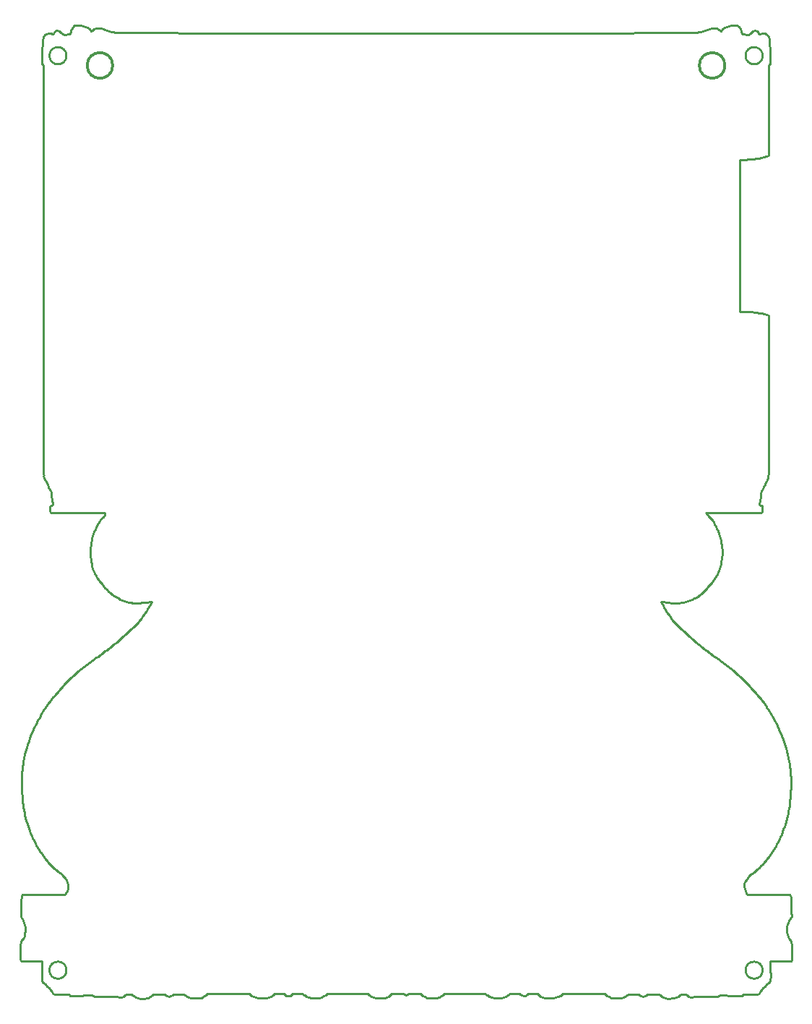
<source format=gbr>
%TF.GenerationSoftware,KiCad,Pcbnew,7.99.0-3954-g9b2cde9571*%
%TF.CreationDate,2023-12-17T22:49:18+01:00*%
%TF.ProjectId,hh2024,68683230-3234-42e6-9b69-6361645f7063,1.4*%
%TF.SameCoordinates,Original*%
%TF.FileFunction,Profile,NP*%
%FSLAX46Y46*%
G04 Gerber Fmt 4.6, Leading zero omitted, Abs format (unit mm)*
G04 Created by KiCad (PCBNEW 7.99.0-3954-g9b2cde9571) date 2023-12-17 22:49:18*
%MOMM*%
%LPD*%
G01*
G04 APERTURE LIST*
%TA.AperFunction,Profile*%
%ADD10C,0.250000*%
%TD*%
%ADD11C,0.250000*%
%TA.AperFunction,Profile*%
%ADD12C,0.350000*%
%TD*%
G04 APERTURE END LIST*
D10*
X139080826Y-49923628D02*
X139204289Y-50008291D01*
X136382067Y-50219949D02*
X136590215Y-50152921D01*
X132053477Y-162921877D02*
X131915910Y-162784289D01*
D11*
X116069117Y-162999478D02*
X115821304Y-162926277D01*
X115642269Y-162805454D01*
X141589070Y-82841322D02*
X141920653Y-82842481D01*
X142242303Y-82854240D01*
X142552440Y-82875125D01*
X142849483Y-82903663D01*
X143131849Y-82938382D01*
X143397957Y-82977809D01*
X143646227Y-83020471D01*
X143981725Y-83087307D01*
X144268191Y-83153138D01*
X144564649Y-83230757D01*
X144812822Y-83305585D01*
X144816996Y-83306991D01*
X69396621Y-162932449D02*
X69189065Y-163082205D01*
X68969774Y-163115901D01*
X97939883Y-162868952D02*
X97774066Y-162738426D01*
X132159327Y-116792652D02*
X132261625Y-117021966D01*
X59779895Y-50703253D02*
X59918126Y-50481041D01*
X60097404Y-50361069D01*
X144333670Y-103136616D02*
X144216223Y-103360812D01*
X144206676Y-103387096D01*
X60926423Y-162685522D02*
X60783342Y-162467917D01*
X60620096Y-162260196D01*
X60431220Y-162044338D01*
X60230199Y-161835200D01*
X60030518Y-161647638D01*
X59811655Y-161471966D01*
X62969020Y-50167046D02*
X63042807Y-49923955D01*
X63144607Y-49688711D01*
X63233603Y-49532050D01*
X72465792Y-116792652D02*
X72215312Y-116842046D01*
D10*
X142178203Y-150941536D02*
X142273460Y-151086187D01*
D11*
X72363494Y-117021966D02*
X72465658Y-116793580D01*
X72465792Y-116792652D01*
X59822227Y-101923060D02*
X59803842Y-101620499D01*
X59799078Y-101319206D01*
X59794892Y-100869851D01*
X59792997Y-100580679D01*
X59791224Y-100243726D01*
X59789564Y-99855404D01*
X59788010Y-99412125D01*
X59786554Y-98910300D01*
X59785189Y-98346342D01*
X59783906Y-97716661D01*
X59782698Y-97017671D01*
X59781558Y-96245781D01*
X59780477Y-95397404D01*
X59779448Y-94468953D01*
X59778462Y-93456837D01*
X59777513Y-92357470D01*
X59776592Y-91167262D01*
X59775692Y-89882627D01*
X59774806Y-88499974D01*
X59773924Y-87015716D01*
X59773040Y-85426266D01*
X59772145Y-83728033D01*
X59771233Y-81917431D01*
X59770294Y-79990870D01*
X59769323Y-77944764D01*
D10*
X144915762Y-53952344D02*
X144831099Y-54012310D01*
X147254681Y-151156725D02*
X147314647Y-151213182D01*
D11*
X62425729Y-50438670D02*
X62677306Y-50399574D01*
X62683271Y-50396338D01*
X144940459Y-51856843D02*
X144990570Y-52121557D01*
X144994504Y-52389634D01*
X144995953Y-52653517D01*
X144996894Y-52904605D01*
X60993452Y-50332841D02*
X61092711Y-50087139D01*
X61313666Y-49954093D01*
X61416789Y-49941263D01*
X99280434Y-163235855D02*
X99011698Y-163230094D01*
X98743559Y-163204537D01*
X98475683Y-163141251D01*
X98220346Y-163032639D01*
X97982915Y-162896077D01*
X97939883Y-162868952D01*
X138812711Y-163059466D02*
X138546800Y-163065842D01*
X138249205Y-163070223D01*
X137938067Y-163074070D01*
X137656664Y-163077102D01*
X137353187Y-163079958D01*
X137274605Y-163080631D01*
D10*
X101993296Y-162685522D02*
X100606882Y-162685522D01*
D11*
X142160569Y-50438670D02*
X142415497Y-50414620D01*
X142637592Y-50290932D01*
X142749702Y-50188211D01*
D10*
X93029201Y-162710198D02*
X92856343Y-162858380D01*
D11*
X141670202Y-162957146D02*
X141386790Y-162966647D01*
X141045919Y-162962988D01*
X140741981Y-162956027D01*
X140417409Y-162946130D01*
X140090883Y-162933906D01*
X139781082Y-162919967D01*
X139506685Y-162904923D01*
X139228179Y-162884200D01*
X139109032Y-162868952D01*
X102487172Y-162784289D02*
X102293149Y-162883077D01*
X146937172Y-155217201D02*
X146943791Y-155501581D01*
X146971632Y-155780990D01*
X147037012Y-156040034D01*
X147163523Y-156276036D01*
X147300544Y-156430757D01*
X65657185Y-113159045D02*
X65559137Y-112895387D01*
X65486315Y-112645786D01*
X65432387Y-112389958D01*
X65386081Y-112113554D01*
X65344132Y-111832684D01*
X65307938Y-111578607D01*
D10*
X62355190Y-151082656D02*
X62446894Y-150941536D01*
D11*
X71266339Y-118761158D02*
X71425477Y-118556201D01*
X71581637Y-118342564D01*
X71733168Y-118122809D01*
X71878414Y-117899498D01*
X72015723Y-117675196D01*
X72143441Y-117452465D01*
X72287084Y-117180163D01*
X72363494Y-117021966D01*
X57155228Y-158871995D02*
X57100650Y-158627201D01*
X57098845Y-158368761D01*
X57098793Y-158268737D01*
X114224096Y-162904243D02*
X113986160Y-163048958D01*
X113732784Y-163162597D01*
X113470039Y-163225659D01*
X113209157Y-163246508D01*
X112948698Y-163244947D01*
X112890607Y-163242895D01*
X61416789Y-49941263D02*
X61657146Y-50020456D01*
X61840127Y-50188211D01*
D10*
X83895800Y-162759592D02*
X78971015Y-162759592D01*
D11*
X136046924Y-116446936D02*
X135799098Y-116560932D01*
X135555293Y-116661494D01*
X135315915Y-116748620D01*
X135035073Y-116835437D01*
X134761884Y-116902903D01*
X134540577Y-116944343D01*
X126296162Y-163193523D02*
X126057114Y-163088633D01*
X125835975Y-162945108D01*
X125735236Y-162861911D01*
X141945379Y-149929066D02*
X141935621Y-150188965D01*
X141973158Y-150455147D01*
X142055011Y-150711406D01*
X142178203Y-150941536D01*
X147173549Y-135503977D02*
X147213783Y-135759349D01*
X147266386Y-136122266D01*
X147309910Y-136464859D01*
X147344598Y-136791453D01*
X147370693Y-137106374D01*
X147388442Y-137413945D01*
X147398086Y-137718493D01*
X147399871Y-138024343D01*
X147394041Y-138335819D01*
X147380839Y-138657248D01*
X147360510Y-138992954D01*
X62852597Y-50336372D02*
X62969020Y-50167046D01*
D10*
X67999635Y-50152921D02*
X68207761Y-50219949D01*
X57261078Y-153897816D02*
X57123490Y-153664992D01*
D11*
X144746436Y-102004213D02*
X144719370Y-102264463D01*
X144682938Y-102321700D01*
X135620076Y-163115901D02*
X135374085Y-163067408D01*
X135193208Y-162932449D01*
X112890607Y-163242895D02*
X112599011Y-163223734D01*
X112324317Y-163177947D01*
X112064746Y-163083865D01*
X111825761Y-162932568D01*
X111733485Y-162858380D01*
X57172884Y-152260922D02*
X57183757Y-152009107D01*
X57195657Y-151744941D01*
X57210374Y-151477405D01*
X57259813Y-151229413D01*
X57275182Y-151213182D01*
X61949487Y-148779007D02*
X61712296Y-148609567D01*
X61498597Y-148445890D01*
X61293178Y-148275142D01*
X61080829Y-148084487D01*
X60887604Y-147901141D01*
X60760628Y-147777130D01*
X141733700Y-50336372D02*
X141903048Y-50396338D01*
X119053624Y-163249958D02*
X118800097Y-163242174D01*
X118547479Y-163214077D01*
X118305581Y-163149614D01*
X118070568Y-163025206D01*
X117903565Y-162890118D01*
X62916095Y-162957146D02*
X62817328Y-162890118D01*
X144044412Y-103679908D02*
X143911160Y-103896240D01*
X143868699Y-104159868D01*
X143864491Y-104346663D01*
X74928174Y-162854849D02*
X74709821Y-162985910D01*
X74518961Y-163024175D01*
D10*
X144824037Y-64168796D02*
X144816996Y-64616810D01*
D11*
X59991575Y-102515745D02*
X59903380Y-102321700D01*
D10*
X88086781Y-162819579D02*
X87998586Y-162734895D01*
D11*
X67481040Y-50004760D02*
X67724686Y-50072677D01*
X67976485Y-50145948D01*
X67999635Y-50152921D01*
X137609727Y-49831902D02*
X137855368Y-49739119D01*
X138143318Y-49679849D01*
X138423037Y-49677646D01*
X138693687Y-49732786D01*
X138954431Y-49845550D01*
X139080826Y-49923628D01*
X141356225Y-49532050D02*
X141483028Y-49771505D01*
X141574516Y-50010276D01*
X141617299Y-50167046D01*
X60383153Y-103387096D02*
X60271452Y-103156784D01*
X60256158Y-103136616D01*
D10*
X78971015Y-162759592D02*
X78854592Y-162861911D01*
X147455767Y-156578940D02*
X147469870Y-157139844D01*
D11*
X60612467Y-106410404D02*
X60578013Y-106147165D01*
X60577176Y-106001170D01*
D10*
X90362202Y-162904243D02*
X90108212Y-162734895D01*
X75012837Y-162784289D02*
X74928174Y-162854849D01*
D11*
X147311116Y-139790236D02*
X147287852Y-140101380D01*
X147257437Y-140407141D01*
X147219416Y-140709578D01*
X147173337Y-141010747D01*
X147118747Y-141312708D01*
X147055190Y-141617517D01*
X146982215Y-141927233D01*
X146899367Y-142243913D01*
X146806193Y-142569616D01*
X146702240Y-142906399D01*
X146626726Y-143138093D01*
D10*
X68207761Y-50219949D02*
X74670653Y-50241115D01*
D11*
X57313982Y-139790236D02*
X57297507Y-139514184D01*
X57281077Y-139245137D01*
X57264588Y-138992954D01*
X59843393Y-102004213D02*
X59822227Y-101923060D01*
X86682732Y-162890118D02*
X86459933Y-163063426D01*
X86217948Y-163173229D01*
X85962915Y-163226575D01*
X85693462Y-163246907D01*
X85536204Y-163249958D01*
D10*
X59769323Y-77944764D02*
X59758729Y-54012310D01*
X65382008Y-50008291D02*
X65509003Y-49923628D01*
D11*
X134540577Y-116944343D02*
X134282822Y-116969025D01*
X133968919Y-116977461D01*
X133690338Y-116973056D01*
X133398054Y-116959183D01*
X133101945Y-116936257D01*
X132811894Y-116904690D01*
X132537779Y-116864898D01*
X132409786Y-116842046D01*
X134395926Y-162893649D02*
X134176965Y-163029958D01*
X133924749Y-163141556D01*
X133700965Y-163214689D01*
X57264588Y-138992954D02*
X57243442Y-138657248D01*
X57229745Y-138335819D01*
X57223687Y-138024343D01*
X57225460Y-137718493D01*
X57235256Y-137413945D01*
X57253266Y-137106374D01*
X57279684Y-136791453D01*
X57314699Y-136464859D01*
X57358505Y-136122266D01*
X57411293Y-135759349D01*
X57451570Y-135503977D01*
X65971162Y-123393131D02*
X66186196Y-123239049D01*
X66399287Y-123084459D01*
X66610308Y-122929471D01*
X66819134Y-122774196D01*
X67025640Y-122618745D01*
X67229700Y-122463230D01*
X67431190Y-122307761D01*
X67629984Y-122152450D01*
X68018981Y-121842745D01*
X68395689Y-121535004D01*
X68759107Y-121230116D01*
X69108231Y-120928970D01*
X69442058Y-120632454D01*
X69759587Y-120341457D01*
X70059814Y-120056869D01*
X70341738Y-119779577D01*
X70604354Y-119510471D01*
X70846662Y-119250440D01*
X71067657Y-119000373D01*
X71266339Y-118761158D01*
X70084542Y-116944343D02*
X69818254Y-116893002D01*
X69543735Y-116822311D01*
X69261681Y-116732270D01*
X69021384Y-116642456D01*
X68776743Y-116539207D01*
X68578174Y-116446936D01*
D10*
X125615282Y-162759592D02*
X120690518Y-162759592D01*
D11*
X144809933Y-50703253D02*
X144849032Y-50956888D01*
X144855086Y-51232143D01*
X144855796Y-51306511D01*
X144816996Y-64616810D02*
X144550976Y-64696958D01*
X144239165Y-64777919D01*
X143938407Y-64846014D01*
X143586781Y-64914424D01*
X143326979Y-64957534D01*
X143048884Y-64996779D01*
X142754222Y-65030556D01*
X142444718Y-65057263D01*
X142122099Y-65075299D01*
X141788091Y-65083061D01*
X141444420Y-65078948D01*
D10*
X144090959Y-52912653D02*
G75*
G02*
X142090959Y-52912653I-1000000J0D01*
G01*
X142090959Y-52912653D02*
G75*
G02*
X144090959Y-52912653I1000000J0D01*
G01*
D11*
X109182909Y-162710198D02*
X108893509Y-162710321D01*
X108623230Y-162710687D01*
X108372009Y-162711291D01*
X108030776Y-162712632D01*
X107732076Y-162714479D01*
X107475699Y-162716814D01*
X107199337Y-162720658D01*
X106924089Y-162727901D01*
X106812231Y-162738426D01*
X144400699Y-102935552D02*
X144333670Y-103136616D01*
X133358759Y-118761158D02*
X133557443Y-119000373D01*
X133778442Y-119250440D01*
X134020753Y-119510471D01*
X134283372Y-119779577D01*
X134565297Y-120056869D01*
X134865526Y-120341457D01*
X135183056Y-120632454D01*
X135516885Y-120928970D01*
X135866009Y-121230116D01*
X136229428Y-121535004D01*
X136606137Y-121842745D01*
X136995134Y-122152450D01*
X137193928Y-122307761D01*
X137395417Y-122463230D01*
X137599478Y-122618745D01*
X137805984Y-122774196D01*
X138014810Y-122929471D01*
X138225831Y-123084459D01*
X138438922Y-123239049D01*
X138653957Y-123393131D01*
X57098793Y-158268737D02*
X57100555Y-158003048D01*
X57104311Y-157740005D01*
X57109207Y-157474430D01*
X57115065Y-157199650D01*
X57116427Y-157139844D01*
D12*
X67918443Y-54051363D02*
G75*
G02*
X64918443Y-54051363I-1500000J0D01*
G01*
X64918443Y-54051363D02*
G75*
G02*
X67918443Y-54051363I1500000J0D01*
G01*
D11*
X144774643Y-161471966D02*
X144557090Y-161647638D01*
X144357666Y-161835200D01*
X144156401Y-162044338D01*
X143967023Y-162260196D01*
X143803257Y-162467917D01*
X143659874Y-162685522D01*
X144989853Y-161292046D02*
X144794348Y-161458006D01*
X144774643Y-161471966D01*
X143864491Y-147777130D02*
X143657814Y-147977684D01*
X143471793Y-148151043D01*
X143263440Y-148333636D01*
X143056949Y-148500601D01*
X142837113Y-148664772D01*
X142675632Y-148779007D01*
X143864491Y-104346663D02*
X143854078Y-104600162D01*
X143815913Y-104865762D01*
X143748069Y-105073384D01*
X105305885Y-163235855D02*
X105034057Y-163234695D01*
X104775299Y-163208286D01*
X104720261Y-163193523D01*
X147469870Y-157139844D02*
X147477094Y-157401560D01*
X147482066Y-157663299D01*
X147485548Y-157929598D01*
X147487423Y-158207689D01*
X147487505Y-158268737D01*
X139398313Y-49817799D02*
X139619815Y-49635190D01*
X139869517Y-49494233D01*
X140108176Y-49405894D01*
X140371486Y-49346949D01*
X140661263Y-49316839D01*
D10*
X67001268Y-106657353D02*
X67001268Y-106406873D01*
X115642269Y-162805454D02*
X115582281Y-162734895D01*
D11*
X60086810Y-102737975D02*
X59991575Y-102515745D01*
X62326962Y-149205875D02*
X62186436Y-148998061D01*
X62007232Y-148820791D01*
X61949487Y-148779007D01*
X141444420Y-82844853D02*
X141578477Y-82841322D01*
D10*
X129573460Y-162784289D02*
X128335207Y-162784289D01*
D11*
X60577176Y-106001170D02*
X60582370Y-105749659D01*
X60598342Y-105584895D01*
X132695535Y-163264061D02*
X132448914Y-163179214D01*
X132223709Y-163056379D01*
X132053477Y-162921877D01*
X143169508Y-49941263D02*
X143420869Y-50021447D01*
X143579240Y-50237694D01*
X143592846Y-50332841D01*
D10*
X117737770Y-162734895D02*
X116591242Y-162734895D01*
D11*
X144682938Y-102321700D02*
X144598254Y-102515745D01*
X146626726Y-143138093D02*
X146518764Y-143455393D01*
X146406686Y-143761444D01*
X146289723Y-144057833D01*
X146167108Y-144346146D01*
X146038074Y-144627971D01*
X145901853Y-144904895D01*
X145757678Y-145178505D01*
X145604782Y-145450388D01*
X145442397Y-145722131D01*
X145269756Y-145995321D01*
X145148586Y-146179036D01*
D10*
X59758729Y-54012310D02*
X59670535Y-53952344D01*
D11*
X144009121Y-106001170D02*
X144005585Y-106255302D01*
X143977383Y-106410404D01*
D10*
X104152294Y-162854849D02*
X103979437Y-162685522D01*
X57275182Y-151213182D02*
X57331617Y-151156725D01*
X141444420Y-65078948D02*
X141444420Y-82844853D01*
D11*
X144816996Y-83578615D02*
X144816012Y-85134927D01*
X144815043Y-86600894D01*
X144814083Y-87979208D01*
X144813126Y-89272560D01*
X144812167Y-90483643D01*
X144811200Y-91615149D01*
X144810218Y-92669772D01*
X144809216Y-93650202D01*
X144808189Y-94559133D01*
X144807130Y-95399257D01*
X144806033Y-96173266D01*
X144804894Y-96883852D01*
X144803705Y-97533709D01*
X144802461Y-98125527D01*
X144801157Y-98662000D01*
X144799786Y-99145820D01*
X144798343Y-99579679D01*
X144796822Y-99966269D01*
X144795217Y-100308284D01*
X144793522Y-100608414D01*
X144791731Y-100869353D01*
X144787841Y-101284427D01*
X144783498Y-101575043D01*
X144773272Y-101869056D01*
X144764070Y-101923060D01*
D10*
X129915644Y-50241115D02*
X136382067Y-50219949D01*
D11*
X147431070Y-158871995D02*
X147171912Y-158895444D01*
X146920281Y-158898805D01*
X146626450Y-158899130D01*
X146328930Y-158897828D01*
X146157547Y-158896671D01*
D10*
X59585872Y-53895909D02*
X59589403Y-52904605D01*
D11*
X133700965Y-163214689D02*
X133443654Y-163266556D01*
X133166501Y-163293619D01*
X132905222Y-163293559D01*
X132695535Y-163264061D01*
X59716398Y-51803940D02*
X59732075Y-51543816D01*
X59734032Y-51306511D01*
X60735931Y-105542563D02*
X60877050Y-105514356D01*
X71153447Y-163274655D02*
X70884399Y-163213197D01*
X70620313Y-163124287D01*
X70382025Y-163016192D01*
X70190371Y-162897180D01*
X66443873Y-107292349D02*
X66601573Y-107092491D01*
X66775291Y-106892371D01*
X66962450Y-106695875D01*
X67001268Y-106657353D01*
X147314647Y-151213182D02*
X147378435Y-151477405D01*
X147393795Y-151744941D01*
X147406007Y-152009107D01*
X147416966Y-152260922D01*
D10*
X69548313Y-162808986D02*
X69396621Y-162932449D01*
D11*
X130515371Y-162868952D02*
X130291081Y-163006791D01*
X130067336Y-163024175D01*
X130067336Y-163024175D02*
X129818011Y-162960338D01*
X129661655Y-162854849D01*
X91695712Y-163242895D02*
X91425607Y-163247447D01*
X91156739Y-163231081D01*
X90889616Y-163174486D01*
X90637180Y-163068641D01*
X90404275Y-162931666D01*
X90362202Y-162904243D01*
D10*
X115582281Y-162734895D02*
X114478107Y-162734895D01*
D11*
X60097404Y-50361069D02*
X60342194Y-50280092D01*
X60474879Y-50276406D01*
X147487505Y-158268737D02*
X147487132Y-158532594D01*
X147479043Y-158784898D01*
X147431070Y-158871995D01*
D10*
X62497144Y-52912653D02*
G75*
G02*
X60497144Y-52912653I-1000000J0D01*
G01*
X60497144Y-52912653D02*
G75*
G02*
X62497144Y-52912653I1000000J0D01*
G01*
D11*
X77083662Y-163204095D02*
X76836991Y-163123241D01*
X76606853Y-163020300D01*
X76381617Y-162883077D01*
X142675632Y-148779007D02*
X142478523Y-148948021D01*
X142329021Y-149158215D01*
X142298157Y-149205875D01*
X62679740Y-149929066D02*
X62607327Y-149675777D01*
X62481112Y-149449647D01*
X62326962Y-149205875D01*
X63925034Y-49316839D02*
X64214810Y-49346949D01*
X64478120Y-49405894D01*
X64716779Y-49494233D01*
X64966481Y-49635190D01*
X65187985Y-49817799D01*
D10*
X57123490Y-153664992D02*
X57127021Y-153456843D01*
D11*
X65480796Y-162868952D02*
X65162186Y-162899768D01*
X64903459Y-162915045D01*
X64603264Y-162929420D01*
X64280209Y-162942283D01*
X63952905Y-162953024D01*
X63639961Y-162961032D01*
X63359986Y-162965696D01*
X63070136Y-162965659D01*
X62916095Y-162957146D01*
D10*
X111557097Y-162710198D02*
X109182909Y-162710198D01*
D11*
X144965156Y-158942533D02*
X144985870Y-159249337D01*
X144992905Y-159503522D01*
X144998556Y-159800414D01*
X145002632Y-160118613D01*
X145004941Y-160436719D01*
X145005292Y-160733332D01*
X145003492Y-160987051D01*
X144995193Y-161256475D01*
X144989853Y-161292046D01*
X106646436Y-162868952D02*
X106404923Y-163012855D01*
X106148502Y-163128738D01*
X105884138Y-163197901D01*
X105623171Y-163227389D01*
X105363665Y-163235643D01*
X105305885Y-163235855D01*
X141617299Y-50167046D02*
X141733700Y-50336372D01*
X126892336Y-163260552D02*
X126623042Y-163257795D01*
X126371986Y-163219110D01*
X126296162Y-163193523D01*
X65667757Y-162953615D02*
X65480796Y-162868952D01*
D10*
X125735236Y-162861911D02*
X125615282Y-162759592D01*
D11*
X145148586Y-146179036D02*
X144968828Y-146444344D01*
X144804574Y-146678274D01*
X144650821Y-146887152D01*
X144465775Y-147122654D01*
X144279551Y-147341248D01*
X144082380Y-147555288D01*
X143864491Y-147777130D01*
X142336958Y-151103822D02*
X142587680Y-151119212D01*
X142890923Y-151125931D01*
X143218753Y-151130764D01*
X143514292Y-151134045D01*
X143852363Y-151137013D01*
X144232931Y-151139650D01*
X144510235Y-151141216D01*
X144806402Y-151142622D01*
D10*
X147300544Y-156430757D02*
X147455767Y-156578940D01*
X147462829Y-153664992D02*
X147325241Y-153897816D01*
X62817328Y-162890118D02*
X62796162Y-162833683D01*
X90108212Y-162734895D02*
X89004016Y-162734895D01*
D11*
X74518961Y-163024175D02*
X74267159Y-162998167D01*
X74070926Y-162868952D01*
D10*
X144806402Y-151142622D02*
X147254681Y-151156725D01*
D11*
X65773586Y-163059466D02*
X65667757Y-162953615D01*
D10*
X57116427Y-157139844D02*
X57134062Y-156578940D01*
D11*
X137274605Y-163080631D02*
X136965200Y-163084748D01*
X136671299Y-163089115D01*
X136399804Y-163093649D01*
X136102464Y-163099423D01*
X135825095Y-163106295D01*
X135620076Y-163115901D01*
D10*
X57331617Y-151156725D02*
X59779895Y-151142622D01*
D11*
X143853898Y-105542563D02*
X143991486Y-105584895D01*
D10*
X131915910Y-162784289D02*
X130600034Y-162784289D01*
X144091361Y-159976333D02*
G75*
G02*
X142091361Y-159976333I-1000000J0D01*
G01*
X142091361Y-159976333D02*
G75*
G02*
X144091361Y-159976333I1000000J0D01*
G01*
D11*
X143712800Y-105514356D02*
X143853898Y-105542563D01*
X102293149Y-162883077D02*
X102099125Y-162784289D01*
X59476511Y-146179036D02*
X59296608Y-145903999D01*
X59127455Y-145631468D01*
X58968267Y-145359854D01*
X58818258Y-145087572D01*
X58676643Y-144813034D01*
X58542639Y-144534652D01*
X58415459Y-144250841D01*
X58294319Y-143960012D01*
X58178435Y-143660579D01*
X58067021Y-143350954D01*
X57994841Y-143138093D01*
X59734032Y-51306511D02*
X59735741Y-51049534D01*
X59752064Y-50799969D01*
X59779895Y-50703253D01*
X60817063Y-50339903D02*
X60993452Y-50332841D01*
X104720261Y-163193523D02*
X104485056Y-163101244D01*
X104268910Y-162960133D01*
X104152294Y-162854849D01*
X71904866Y-163264061D02*
X71650994Y-163293772D01*
X71384011Y-163295645D01*
X71153447Y-163274655D01*
D10*
X59670535Y-53952344D02*
X59585872Y-53895909D01*
X95403410Y-162710198D02*
X93029201Y-162710198D01*
D11*
X57451570Y-135503977D02*
X57520499Y-135118460D01*
X57602824Y-134729487D01*
X57698377Y-134337485D01*
X57806994Y-133942884D01*
X57928510Y-133546113D01*
X58062759Y-133147600D01*
X58209575Y-132747775D01*
X58368794Y-132347066D01*
X58540250Y-131945902D01*
X58723777Y-131544712D01*
X58919209Y-131143924D01*
X59126383Y-130743969D01*
X59345132Y-130345273D01*
X59575290Y-129948268D01*
X59816693Y-129553380D01*
X60069176Y-129161040D01*
X147325241Y-153897816D02*
X147179696Y-154147763D01*
X147059386Y-154383464D01*
X146978786Y-154620494D01*
X146944399Y-154877209D01*
X146937263Y-155161122D01*
X146937172Y-155217201D01*
X144869899Y-51803940D02*
X144940459Y-51856843D01*
X106812231Y-162738426D02*
X106646436Y-162868952D01*
D12*
X139669684Y-54051363D02*
G75*
G02*
X136669684Y-54051363I-1500000J0D01*
G01*
X136669684Y-54051363D02*
G75*
G02*
X139669684Y-54051363I1500000J0D01*
G01*
D11*
X60256158Y-103136616D02*
X60185598Y-102935552D01*
D10*
X145000426Y-53895909D02*
X144915762Y-53952344D01*
D11*
X59589403Y-52904605D02*
X59591252Y-52653517D01*
X59593651Y-52389634D01*
X59598533Y-52121557D01*
X59635835Y-51872348D01*
X59649369Y-51856843D01*
X138982038Y-108897483D02*
X139061130Y-109138870D01*
X139131450Y-109392396D01*
X139192594Y-109654574D01*
X139244163Y-109921915D01*
X139285755Y-110190930D01*
X139316970Y-110458132D01*
X139337407Y-110720033D01*
X139346664Y-110973143D01*
X139340925Y-111290923D01*
X139313649Y-111578607D01*
D10*
X140664794Y-106420976D02*
X137391006Y-106406873D01*
D11*
X67311714Y-163080631D02*
X67004706Y-163077837D01*
X66717666Y-163074838D01*
X66457001Y-163071756D01*
X66178022Y-163067977D01*
X65897337Y-163063260D01*
X65773586Y-163059466D01*
X60545438Y-103679908D02*
X60410283Y-103461552D01*
X60383153Y-103387096D01*
X144488893Y-50361069D02*
X144698207Y-50510460D01*
X144809933Y-50703253D01*
D10*
X62497144Y-159976333D02*
G75*
G02*
X60497144Y-159976333I-1000000J0D01*
G01*
X60497144Y-159976333D02*
G75*
G02*
X62497144Y-159976333I1000000J0D01*
G01*
X70190371Y-162897180D02*
X70077479Y-162808986D01*
D11*
X61967122Y-162833683D02*
X61663261Y-162833103D01*
X61381445Y-162829182D01*
X61108898Y-162808665D01*
X60926423Y-162685522D01*
X61162800Y-127735825D02*
X61442909Y-127408581D01*
X61714648Y-127098789D01*
X61980391Y-126804304D01*
X62242517Y-126522982D01*
X62503402Y-126252677D01*
X62765425Y-125991245D01*
X63030961Y-125736542D01*
X63302389Y-125486422D01*
X63582085Y-125238742D01*
X63872427Y-124991356D01*
X64175792Y-124742120D01*
X64494557Y-124488890D01*
X64831099Y-124229520D01*
X65187796Y-123961867D01*
X65567024Y-123683785D01*
X65971162Y-123393131D01*
X68578174Y-116446936D02*
X68273871Y-116277570D01*
X68064389Y-116137332D01*
X67851713Y-115977588D01*
X67637641Y-115800359D01*
X67423973Y-115607666D01*
X67212506Y-115401529D01*
X67005039Y-115183970D01*
X66803370Y-114957008D01*
X66609297Y-114722664D01*
X66424619Y-114482959D01*
X66251134Y-114239913D01*
X66090641Y-113995547D01*
X65944937Y-113751882D01*
X65815822Y-113510938D01*
X65705092Y-113274736D01*
X65657185Y-113159045D01*
X63491124Y-49359171D02*
X63749396Y-49313046D01*
X63925034Y-49316839D01*
X59811655Y-161471966D02*
X59614677Y-161311471D01*
X59599975Y-161292046D01*
X88520712Y-162999478D02*
X88262586Y-162946268D01*
X88086781Y-162819579D01*
X142273460Y-151086187D02*
X142336958Y-151103822D01*
D10*
X111733485Y-162858380D02*
X111557097Y-162710198D01*
D11*
X59599975Y-161292046D02*
X59586298Y-160987051D01*
X59584428Y-160733332D01*
X59584651Y-160436719D01*
X59586757Y-160118613D01*
X59590537Y-159800414D01*
X59595782Y-159503522D01*
X59602283Y-159249337D01*
X59615341Y-158978724D01*
X59621162Y-158942533D01*
D10*
X73986263Y-162784289D02*
X72673940Y-162784289D01*
X144831099Y-54012310D02*
X144824037Y-64168796D01*
D11*
X132409786Y-116842046D02*
X132163125Y-116793198D01*
X132159327Y-116792652D01*
X62252871Y-151103822D02*
X62355190Y-151082656D01*
X142298157Y-149205875D02*
X142162211Y-149420141D01*
X142035988Y-149638375D01*
X141951431Y-149892107D01*
X141945379Y-149929066D01*
X57285754Y-156430757D02*
X57460110Y-156221294D01*
X57571955Y-155972145D01*
X57626600Y-155694544D01*
X57646802Y-155393989D01*
X57649125Y-155217201D01*
D10*
X100606882Y-162685522D02*
X100434003Y-162854849D01*
D11*
X143592846Y-50332841D02*
X143772766Y-50339903D01*
X97774066Y-162738426D02*
X97498042Y-162722880D01*
X97188015Y-162717698D01*
X96855778Y-162714479D01*
X96557068Y-162712632D01*
X96215611Y-162711291D01*
X95964095Y-162710687D01*
X95693387Y-162710321D01*
X95403410Y-162710198D01*
D10*
X70077479Y-162808986D02*
X69548313Y-162808986D01*
D11*
X143748069Y-105073384D02*
X143698677Y-105320321D01*
X143712800Y-105514356D01*
X59621162Y-158942533D02*
X59348332Y-158896621D01*
X59065633Y-158895351D01*
X58740048Y-158895814D01*
X58428772Y-158896671D01*
X57994841Y-143138093D02*
X57884358Y-142792779D01*
X57784786Y-142459919D01*
X57695691Y-142137452D01*
X57616636Y-141823322D01*
X57547184Y-141515470D01*
X57486900Y-141211839D01*
X57435348Y-140910371D01*
X57392091Y-140609008D01*
X57356694Y-140305692D01*
X57328721Y-139998365D01*
X57313982Y-139790236D01*
X57127021Y-153456843D02*
X57133807Y-153204735D01*
X57143973Y-152935364D01*
X57155298Y-152660613D01*
X57168298Y-152362605D01*
X57172884Y-152260922D01*
X60069176Y-129161040D02*
X60213046Y-128945656D01*
X60375916Y-128713915D01*
X60548415Y-128484572D01*
X60715022Y-128274849D01*
X60915672Y-128030730D01*
X61109059Y-127799655D01*
X61162800Y-127735825D01*
X62683271Y-50396338D02*
X62852597Y-50336372D01*
D10*
X135037985Y-162808986D02*
X134508818Y-162808986D01*
D11*
X65643060Y-108897483D02*
X65744137Y-108631145D01*
X65864186Y-108350547D01*
X65996346Y-108069335D01*
X66133753Y-107801154D01*
X66269544Y-107559651D01*
X66420700Y-107324276D01*
X66443873Y-107292349D01*
D10*
X83969870Y-162823089D02*
X83895800Y-162759592D01*
D11*
X60838229Y-105073384D02*
X60763017Y-104822067D01*
X60733056Y-104573315D01*
X60725337Y-104346663D01*
D10*
X62796162Y-162833683D02*
X61967122Y-162833683D01*
D11*
X116503048Y-162819579D02*
X116286082Y-162963772D01*
X116069117Y-162999478D01*
X146157547Y-158896671D02*
X145847165Y-158895814D01*
X145594751Y-158895369D01*
X145338271Y-158895808D01*
X145070754Y-158900925D01*
X144965156Y-158942533D01*
D10*
X76251091Y-162784289D02*
X75012837Y-162784289D01*
D11*
X144114950Y-50276406D02*
X144366798Y-50305028D01*
X144488893Y-50361069D01*
X144598254Y-102515745D02*
X144499487Y-102737975D01*
D10*
X144816996Y-83306991D02*
X144816996Y-83578615D01*
X114478107Y-162734895D02*
X114224096Y-162904243D01*
D11*
X59779895Y-151142622D02*
X60076643Y-151141216D01*
X60354386Y-151139650D01*
X60613132Y-151137930D01*
X60965656Y-151135070D01*
X61275496Y-151131891D01*
X61542688Y-151128410D01*
X61832662Y-151123330D01*
X62088720Y-151116330D01*
X62252871Y-151103822D01*
D10*
X139204289Y-50008291D02*
X139398313Y-49817799D01*
D11*
X88947559Y-162805454D02*
X88721248Y-162945225D01*
X88520712Y-162999478D01*
X74670653Y-50241115D02*
X76590828Y-50246883D01*
X78473561Y-50252280D01*
X80321347Y-50257304D01*
X82136680Y-50261957D01*
X83922052Y-50266237D01*
X85679960Y-50270145D01*
X87412896Y-50273680D01*
X89123354Y-50276844D01*
X90813829Y-50279635D01*
X92486815Y-50282054D01*
X94144806Y-50284101D01*
X95790295Y-50285776D01*
X97425777Y-50287079D01*
X99053746Y-50288009D01*
X100676696Y-50288568D01*
X102297121Y-50288754D01*
X103917514Y-50288568D01*
X105540371Y-50288009D01*
X107168185Y-50287079D01*
X108803450Y-50285776D01*
X110448660Y-50284101D01*
X112106309Y-50282054D01*
X113778891Y-50279635D01*
X115468901Y-50276844D01*
X117178832Y-50273680D01*
X118911178Y-50270145D01*
X120668434Y-50266237D01*
X122453093Y-50261957D01*
X124267649Y-50257304D01*
X126114597Y-50252280D01*
X127996430Y-50246883D01*
X129915644Y-50241115D01*
X66980102Y-49831902D02*
X67223879Y-49925518D01*
X67465005Y-50000369D01*
X67481040Y-50004760D01*
X65307938Y-111578607D02*
X65281821Y-111290923D01*
X65276954Y-110973143D01*
X65286702Y-110720033D01*
X65307508Y-110458132D01*
X65338988Y-110190930D01*
X65380758Y-109921915D01*
X65432434Y-109654574D01*
X65493632Y-109392396D01*
X65563969Y-109138870D01*
X65643060Y-108897483D01*
X144555922Y-129161040D02*
X144808407Y-129553380D01*
X145049814Y-129948268D01*
X145279975Y-130345273D01*
X145498726Y-130743969D01*
X145705902Y-131143924D01*
X145901336Y-131544712D01*
X146084865Y-131945902D01*
X146256321Y-132347066D01*
X146415541Y-132747775D01*
X146562358Y-133147600D01*
X146696607Y-133546113D01*
X146818123Y-133942884D01*
X146926741Y-134337485D01*
X147022294Y-134729487D01*
X147104619Y-135118460D01*
X147173549Y-135503977D01*
X132261625Y-117021966D02*
X132393169Y-117287988D01*
X132512608Y-117507860D01*
X132642878Y-117731224D01*
X132782326Y-117955519D01*
X132929298Y-118178181D01*
X133082139Y-118396647D01*
X133239195Y-118608354D01*
X133358759Y-118761158D01*
X57649125Y-155217201D02*
X57647078Y-154963071D01*
X57622770Y-154689051D01*
X57542913Y-154418531D01*
X57430805Y-154190986D01*
X57293858Y-153952934D01*
X57261078Y-153897816D01*
X60185598Y-102935552D02*
X60086810Y-102737975D01*
X141768991Y-162890118D02*
X141670202Y-162957146D01*
D10*
X72673940Y-162784289D02*
X72532820Y-162921877D01*
D11*
X65509003Y-49923628D02*
X65725595Y-49798448D01*
X65973528Y-49711722D01*
X66243480Y-49675124D01*
X66330981Y-49673148D01*
D10*
X144996894Y-52904605D02*
X145000426Y-53895909D01*
D11*
X142749702Y-50188211D02*
X142943927Y-50010854D01*
X143169508Y-49941263D01*
D10*
X135193208Y-162932449D02*
X135037985Y-162808986D01*
X87998586Y-162734895D02*
X86848549Y-162734895D01*
D11*
X139313649Y-111578607D02*
X139278352Y-111832684D01*
X139237344Y-112113554D01*
X139191859Y-112389958D01*
X139138500Y-112645786D01*
X139065942Y-112895387D01*
X138967934Y-113159045D01*
X78854592Y-162861911D02*
X78652742Y-163017055D01*
X78423966Y-163140986D01*
X78290156Y-163193523D01*
X138653957Y-123393131D02*
X138859285Y-123540164D01*
X139250668Y-123824264D01*
X139618331Y-124096863D01*
X139964652Y-124360107D01*
X140292008Y-124616139D01*
X140602775Y-124867103D01*
X140899332Y-125115146D01*
X141184055Y-125362411D01*
X141459321Y-125611043D01*
X141727507Y-125863186D01*
X141990991Y-126120986D01*
X142252149Y-126386586D01*
X142513359Y-126662132D01*
X142776997Y-126949768D01*
X143045442Y-127251638D01*
X143321069Y-127569887D01*
X143462320Y-127735825D01*
X144855796Y-51306511D02*
X144858006Y-51564647D01*
X144869899Y-51803940D01*
X128204681Y-162883077D02*
X127979636Y-163020300D01*
X127750469Y-163123241D01*
X127506188Y-163204095D01*
X72215312Y-116842046D02*
X71952870Y-116885796D01*
X71669552Y-116921528D01*
X71375238Y-116948826D01*
X71079808Y-116967277D01*
X70793143Y-116976468D01*
X70525123Y-116975985D01*
X70231370Y-116961147D01*
X70084542Y-116944343D01*
D10*
X57134062Y-156578940D02*
X57285754Y-156430757D01*
D11*
X77693961Y-163260552D02*
X77435455Y-163257406D01*
X77177161Y-163227647D01*
X77083662Y-163204095D01*
X144764070Y-101923060D02*
X144746436Y-102004213D01*
X143772766Y-50339903D02*
X144023317Y-50277429D01*
X144114950Y-50276406D01*
X72532820Y-162921877D02*
X72328865Y-163080996D01*
X72101562Y-163197819D01*
X71904866Y-163264061D01*
X139109032Y-162868952D02*
X138918540Y-162953615D01*
X138967934Y-113159045D02*
X138867072Y-113392118D01*
X138746924Y-113630944D01*
X138609288Y-113873501D01*
X138455963Y-114117769D01*
X138288748Y-114361727D01*
X138109440Y-114603355D01*
X137919838Y-114840632D01*
X137721740Y-115071538D01*
X137516945Y-115294051D01*
X137307252Y-115506152D01*
X137094458Y-115705819D01*
X136880361Y-115891033D01*
X136666761Y-116059772D01*
X136455456Y-116210015D01*
X136146735Y-116396283D01*
X136046924Y-116446936D01*
X62446894Y-150941536D02*
X62570098Y-150711406D01*
X62651958Y-150455147D01*
X62689497Y-150188965D01*
X62679740Y-149929066D01*
X147360510Y-138992954D02*
X147344034Y-139245137D01*
X147327605Y-139514184D01*
X147312460Y-139767724D01*
X147311116Y-139790236D01*
X144499487Y-102737975D02*
X144400699Y-102935552D01*
X127506188Y-163204095D02*
X127244735Y-163252263D01*
X126983071Y-163260336D01*
X126892336Y-163260552D01*
D10*
X141793688Y-162833683D02*
X141768991Y-162890118D01*
X134508818Y-162808986D02*
X134395926Y-162893649D01*
D11*
X143977383Y-106410404D02*
X143693248Y-106425079D01*
X143414789Y-106428056D01*
X143134802Y-106429202D01*
X142789128Y-106429419D01*
X142520093Y-106429046D01*
X142218723Y-106428259D01*
X141883765Y-106427059D01*
X141513961Y-106425445D01*
X141108055Y-106423417D01*
X140664794Y-106420976D01*
X120616427Y-162823089D02*
X120376810Y-162972930D01*
X120103674Y-163081784D01*
X119843102Y-163154957D01*
X119564541Y-163209171D01*
X119279214Y-163241599D01*
X119053624Y-163249958D01*
D10*
X129661655Y-162854849D02*
X129573460Y-162784289D01*
D11*
X143462320Y-127735825D02*
X143664130Y-127976337D01*
X143834606Y-128182247D01*
X144013333Y-128403761D01*
X144193814Y-128638599D01*
X144357505Y-128866394D01*
X144525892Y-129115469D01*
X144555922Y-129161040D01*
X68969774Y-163115901D02*
X68681504Y-163104027D01*
X68430454Y-163098266D01*
X68122820Y-163092504D01*
X67844818Y-163088004D01*
X67545764Y-163083692D01*
X67311714Y-163080631D01*
X99869567Y-163193523D02*
X99612466Y-163232448D01*
X99345028Y-163236345D01*
X99280434Y-163235855D01*
X63233603Y-49532050D02*
X63435206Y-49377453D01*
X63491124Y-49359171D01*
X143659874Y-162685522D02*
X143427664Y-162815949D01*
X143157831Y-162830374D01*
X142854916Y-162833392D01*
X142619176Y-162833683D01*
X63925034Y-106420976D02*
X63481151Y-106423417D01*
X63074708Y-106425445D01*
X62704449Y-106427059D01*
X62369118Y-106428259D01*
X62067460Y-106429046D01*
X61798218Y-106429419D01*
X61452390Y-106429202D01*
X61172436Y-106428056D01*
X60894311Y-106425079D01*
X60641042Y-106415891D01*
X60612467Y-106410404D01*
D10*
X120690518Y-162759592D02*
X120616427Y-162823089D01*
X102593023Y-162685522D02*
X102487172Y-162784289D01*
D11*
X61840127Y-50188211D02*
X62031555Y-50351404D01*
X62283311Y-50432693D01*
X62425729Y-50438670D01*
X136590215Y-50152921D02*
X136844178Y-50077755D01*
X137089202Y-50009120D01*
X137105257Y-50004760D01*
D10*
X117903565Y-162890118D02*
X117737770Y-162734895D01*
D11*
X66330981Y-49673148D02*
X66585757Y-49698312D01*
X66828162Y-49768632D01*
X66980102Y-49831902D01*
D10*
X141578477Y-82841322D02*
X141589070Y-82841322D01*
X130600034Y-162784289D02*
X130515371Y-162868952D01*
X116591242Y-162734895D02*
X116503048Y-162819579D01*
D11*
X59649369Y-51856843D02*
X59716398Y-51803940D01*
D10*
X147462829Y-153456843D02*
X147462829Y-153664992D01*
D11*
X143991486Y-105584895D02*
X144007852Y-105849316D01*
X144009121Y-106001170D01*
X137391006Y-106435101D02*
X137580656Y-106613353D01*
X137763372Y-106799075D01*
X137936274Y-106989609D01*
X138096483Y-107182297D01*
X138181225Y-107292349D01*
D10*
X89004016Y-162734895D02*
X88947559Y-162805454D01*
X102099125Y-162784289D02*
X101993296Y-162685522D01*
X67001268Y-106406873D02*
X63925034Y-106420976D01*
D11*
X147416966Y-152260922D02*
X147427991Y-152513496D01*
X147439635Y-152801916D01*
X147449284Y-153058917D01*
X147458558Y-153324498D01*
X147462829Y-153456843D01*
X85536204Y-163249958D02*
X85252353Y-163236992D01*
X84967001Y-163199981D01*
X84691047Y-163141749D01*
X84435393Y-163065123D01*
X84170750Y-162952872D01*
X83969870Y-162823089D01*
D10*
X65187985Y-49817799D02*
X65382008Y-50008291D01*
X137391006Y-106406873D02*
X137391006Y-106435101D01*
X76381617Y-162883077D02*
X76251091Y-162784289D01*
X74070926Y-162868952D02*
X73986263Y-162784289D01*
D11*
X60598342Y-105584895D02*
X60735931Y-105542563D01*
X141903048Y-50396338D02*
X142160569Y-50438670D01*
X138181225Y-107292349D02*
X138329194Y-107515752D01*
X138463842Y-107750282D01*
X138601478Y-108014219D01*
X138735237Y-108293917D01*
X138858256Y-108575730D01*
X138963671Y-108846011D01*
X138982038Y-108897483D01*
D10*
X142619176Y-162833683D02*
X141793688Y-162833683D01*
D11*
X58428772Y-158896671D02*
X58177470Y-158898281D01*
X57894424Y-158899241D01*
X57616843Y-158898473D01*
X57352142Y-158893581D01*
X57155228Y-158871995D01*
X144206676Y-103387096D02*
X144095557Y-103615307D01*
X144044412Y-103679908D01*
D10*
X103979437Y-162685522D02*
X102593023Y-162685522D01*
D11*
X140661263Y-49316839D02*
X140912282Y-49318090D01*
X141095173Y-49359171D01*
X60760628Y-147777130D02*
X60584339Y-147598637D01*
X60383799Y-147384025D01*
X60196163Y-147167330D01*
X60011661Y-146936198D01*
X59859750Y-146732595D01*
X59698590Y-146505521D01*
X59523177Y-146248650D01*
X59476511Y-146179036D01*
D10*
X86848549Y-162734895D02*
X86682732Y-162890118D01*
D11*
X138918540Y-162953615D02*
X138812711Y-163059466D01*
X60877050Y-105514356D02*
X60882449Y-105247629D01*
X60838229Y-105073384D01*
X60725337Y-104346663D02*
X60715319Y-104082178D01*
X60651250Y-103829574D01*
X60545438Y-103679908D01*
X92856343Y-162858380D02*
X92642872Y-163016195D01*
X92397325Y-163137232D01*
X92151495Y-163201177D01*
X91896789Y-163231871D01*
X91695712Y-163242895D01*
X59903380Y-102321700D02*
X59818997Y-102078194D01*
X59843393Y-102004213D01*
X100434003Y-162854849D02*
X100237123Y-163021538D01*
X100012876Y-163142496D01*
X99869567Y-163193523D01*
D10*
X128335207Y-162784289D02*
X128204681Y-162883077D01*
D11*
X137105257Y-50004760D02*
X137345448Y-49931360D01*
X137587900Y-49841479D01*
X137609727Y-49831902D01*
X141095173Y-49359171D02*
X141320452Y-49481324D01*
X141356225Y-49532050D01*
X60474879Y-50276406D02*
X60725331Y-50300168D01*
X60817063Y-50339903D01*
X78290156Y-163193523D02*
X78036242Y-163253798D01*
X77760924Y-163260496D01*
X77693961Y-163260552D01*
M02*

</source>
